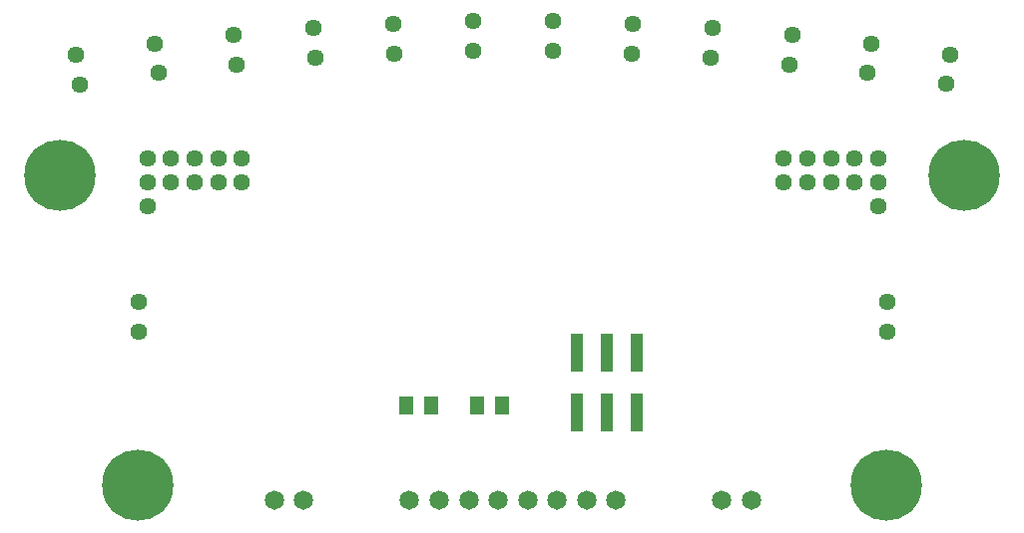
<source format=gbs>
G04 Layer_Color=16711935*
%FSLAX25Y25*%
%MOIN*%
G70*
G01*
G75*
%ADD58C,0.05669*%
%ADD59C,0.23779*%
%ADD60C,0.06457*%
%ADD61R,0.05079X0.06063*%
%ADD62R,0.04095X0.12559*%
D58*
X122047Y133858D02*
D03*
Y118110D02*
D03*
Y125984D02*
D03*
X-122047Y133858D02*
D03*
Y118110D02*
D03*
Y125984D02*
D03*
X114173D02*
D03*
Y133858D02*
D03*
X106299D02*
D03*
Y125984D02*
D03*
X98425D02*
D03*
Y133858D02*
D03*
X90551D02*
D03*
Y125984D02*
D03*
X-90551D02*
D03*
Y133858D02*
D03*
X-98425D02*
D03*
Y125984D02*
D03*
X-106299D02*
D03*
Y133858D02*
D03*
X-114173D02*
D03*
Y125984D02*
D03*
X65987Y167660D02*
D03*
X66662Y177638D02*
D03*
X92289Y165456D02*
D03*
X93237Y175411D02*
D03*
X118520Y162518D02*
D03*
X119739Y172444D02*
D03*
X144658Y158849D02*
D03*
X146149Y168737D02*
D03*
X-124951Y76149D02*
D03*
Y86149D02*
D03*
X125049D02*
D03*
Y76149D02*
D03*
X39634Y169129D02*
D03*
X40036Y179121D02*
D03*
X13250Y169861D02*
D03*
X13379Y179860D02*
D03*
X-13144Y169861D02*
D03*
X-13288Y179860D02*
D03*
X-39528Y169129D02*
D03*
X-39946Y179121D02*
D03*
X-66572Y177637D02*
D03*
X-65881Y167661D02*
D03*
X-93147Y175410D02*
D03*
X-92184Y165457D02*
D03*
X-119649Y172443D02*
D03*
X-118414Y162519D02*
D03*
X-146039Y168739D02*
D03*
X-144572Y158847D02*
D03*
D59*
X-125241Y24817D02*
D03*
X-151243Y128401D02*
D03*
X150761D02*
D03*
X124759Y24817D02*
D03*
D60*
X-34449Y19685D02*
D03*
X-24606D02*
D03*
X34449D02*
D03*
X24606D02*
D03*
X-14764D02*
D03*
X-4921D02*
D03*
X4921D02*
D03*
X14764D02*
D03*
X-69882D02*
D03*
X-79724D02*
D03*
X79724D02*
D03*
X69882D02*
D03*
D61*
X-35630Y51181D02*
D03*
X-27362D02*
D03*
X-3740D02*
D03*
X-12008D02*
D03*
D62*
X31496Y68996D02*
D03*
X41496D02*
D03*
X21496D02*
D03*
Y49114D02*
D03*
X41496D02*
D03*
X31496D02*
D03*
M02*

</source>
